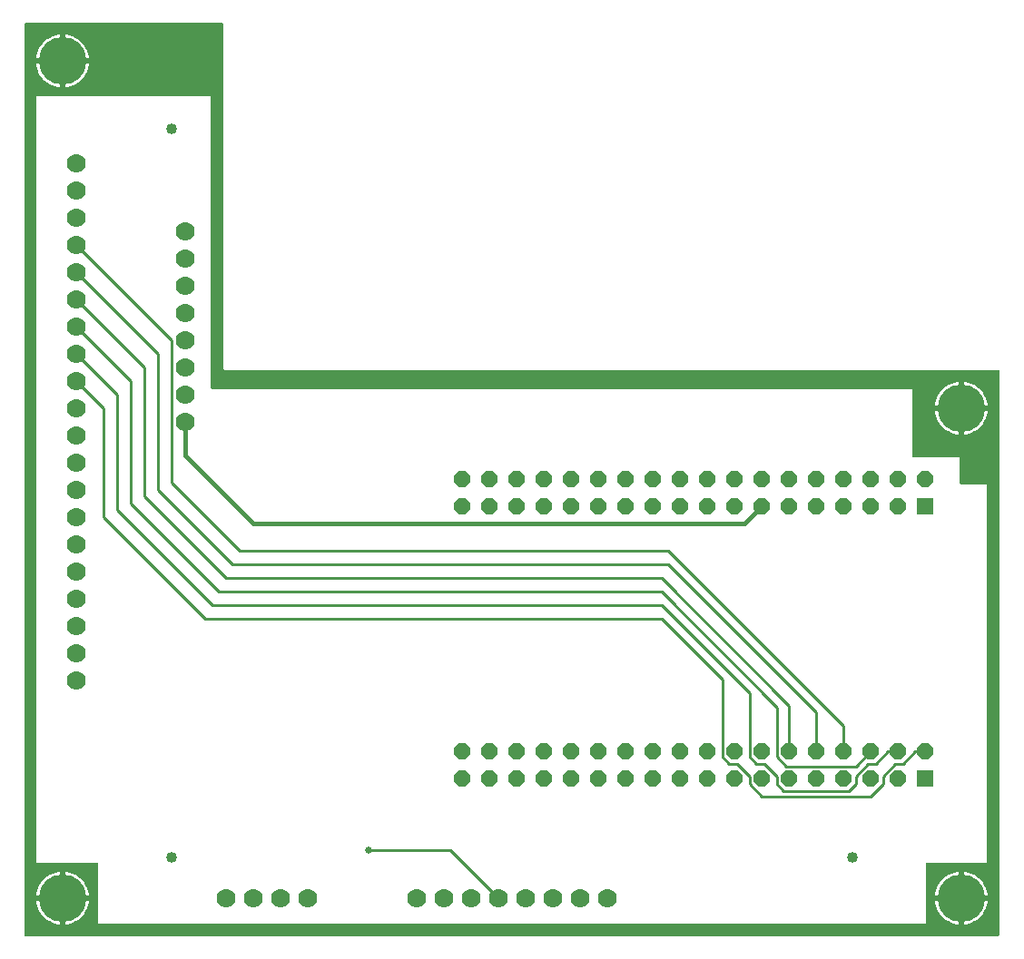
<source format=gbr>
G04 EAGLE Gerber RS-274X export*
G75*
%MOMM*%
%FSLAX34Y34*%
%LPD*%
%INTop Copper*%
%IPPOS*%
%AMOC8*
5,1,8,0,0,1.08239X$1,22.5*%
G01*
%ADD10C,1.778000*%
%ADD11R,1.524000X1.524000*%
%ADD12P,1.649562X8X202.500000*%
%ADD13C,1.016000*%
%ADD14C,4.445000*%
%ADD15C,0.381000*%
%ADD16C,0.254000*%
%ADD17C,0.654800*%

G36*
X2556Y3692D02*
X2556Y3692D01*
X2563Y3573D01*
X2576Y3535D01*
X2581Y3494D01*
X2624Y3384D01*
X2661Y3271D01*
X2683Y3236D01*
X2698Y3199D01*
X2767Y3103D01*
X2831Y3002D01*
X2861Y2974D01*
X2884Y2941D01*
X2976Y2865D01*
X3063Y2784D01*
X3098Y2764D01*
X3129Y2739D01*
X3237Y2688D01*
X3341Y2630D01*
X3381Y2620D01*
X3417Y2603D01*
X3534Y2581D01*
X3649Y2551D01*
X3709Y2547D01*
X3729Y2543D01*
X3750Y2545D01*
X3810Y2541D01*
X910391Y2541D01*
X910509Y2556D01*
X910628Y2563D01*
X910667Y2575D01*
X910707Y2581D01*
X910817Y2624D01*
X910930Y2661D01*
X910965Y2683D01*
X911003Y2698D01*
X911099Y2767D01*
X911199Y2831D01*
X911227Y2861D01*
X911260Y2884D01*
X911336Y2976D01*
X911417Y3062D01*
X911437Y3098D01*
X911463Y3129D01*
X911513Y3237D01*
X911571Y3341D01*
X911581Y3380D01*
X911598Y3417D01*
X911621Y3534D01*
X911650Y3649D01*
X911654Y3709D01*
X911658Y3729D01*
X911657Y3750D01*
X911661Y3810D01*
X911819Y425450D01*
X911858Y529590D01*
X911843Y529708D01*
X911836Y529827D01*
X911823Y529865D01*
X911818Y529905D01*
X911774Y530016D01*
X911738Y530129D01*
X911716Y530163D01*
X911701Y530201D01*
X911631Y530297D01*
X911567Y530398D01*
X911538Y530426D01*
X911514Y530458D01*
X911423Y530534D01*
X911336Y530616D01*
X911301Y530635D01*
X911270Y530661D01*
X911162Y530712D01*
X911057Y530770D01*
X911018Y530780D01*
X910982Y530797D01*
X910865Y530819D01*
X910749Y530849D01*
X910690Y530853D01*
X910670Y530857D01*
X910649Y530855D01*
X910589Y530859D01*
X189448Y530859D01*
X187959Y532348D01*
X187959Y853440D01*
X187944Y853558D01*
X187937Y853677D01*
X187924Y853715D01*
X187919Y853756D01*
X187876Y853866D01*
X187839Y853979D01*
X187817Y854014D01*
X187802Y854051D01*
X187733Y854147D01*
X187669Y854248D01*
X187639Y854276D01*
X187616Y854309D01*
X187524Y854385D01*
X187437Y854466D01*
X187402Y854486D01*
X187371Y854511D01*
X187263Y854562D01*
X187159Y854620D01*
X187119Y854630D01*
X187083Y854647D01*
X186966Y854669D01*
X186851Y854699D01*
X186791Y854703D01*
X186771Y854707D01*
X186750Y854705D01*
X186690Y854709D01*
X3810Y854709D01*
X3692Y854694D01*
X3573Y854687D01*
X3535Y854674D01*
X3494Y854669D01*
X3384Y854626D01*
X3271Y854589D01*
X3236Y854567D01*
X3199Y854552D01*
X3103Y854483D01*
X3002Y854419D01*
X2974Y854389D01*
X2941Y854366D01*
X2865Y854274D01*
X2784Y854187D01*
X2764Y854152D01*
X2739Y854121D01*
X2688Y854013D01*
X2630Y853909D01*
X2620Y853869D01*
X2603Y853833D01*
X2581Y853716D01*
X2551Y853601D01*
X2547Y853541D01*
X2543Y853521D01*
X2545Y853500D01*
X2541Y853440D01*
X2541Y3810D01*
X2556Y3692D01*
G37*
%LPC*%
G36*
X176531Y786131D02*
X176531Y786131D01*
X176531Y514350D01*
X176546Y514232D01*
X176553Y514113D01*
X176566Y514075D01*
X176571Y514034D01*
X176614Y513924D01*
X176651Y513811D01*
X176673Y513776D01*
X176688Y513739D01*
X176758Y513643D01*
X176821Y513542D01*
X176851Y513514D01*
X176874Y513481D01*
X176966Y513406D01*
X177053Y513324D01*
X177088Y513304D01*
X177119Y513279D01*
X177227Y513228D01*
X177331Y513170D01*
X177371Y513160D01*
X177407Y513143D01*
X177524Y513121D01*
X177639Y513091D01*
X177700Y513087D01*
X177720Y513083D01*
X177740Y513085D01*
X177800Y513081D01*
X830581Y513081D01*
X830581Y450850D01*
X830596Y450732D01*
X830603Y450613D01*
X830616Y450575D01*
X830621Y450534D01*
X830664Y450424D01*
X830701Y450311D01*
X830723Y450276D01*
X830738Y450239D01*
X830808Y450143D01*
X830871Y450042D01*
X830901Y450014D01*
X830924Y449981D01*
X831016Y449906D01*
X831103Y449824D01*
X831138Y449804D01*
X831169Y449779D01*
X831277Y449728D01*
X831381Y449670D01*
X831421Y449660D01*
X831457Y449643D01*
X831574Y449621D01*
X831689Y449591D01*
X831750Y449587D01*
X831770Y449583D01*
X831790Y449585D01*
X831850Y449581D01*
X875031Y449581D01*
X875031Y425450D01*
X875046Y425332D01*
X875053Y425213D01*
X875066Y425175D01*
X875071Y425134D01*
X875114Y425024D01*
X875151Y424911D01*
X875173Y424876D01*
X875188Y424839D01*
X875258Y424743D01*
X875321Y424642D01*
X875351Y424614D01*
X875374Y424581D01*
X875466Y424506D01*
X875553Y424424D01*
X875588Y424404D01*
X875619Y424379D01*
X875727Y424328D01*
X875831Y424270D01*
X875871Y424260D01*
X875907Y424243D01*
X876024Y424221D01*
X876139Y424191D01*
X876200Y424187D01*
X876220Y424183D01*
X876240Y424185D01*
X876300Y424181D01*
X900431Y424181D01*
X900431Y71119D01*
X844550Y71119D01*
X844432Y71104D01*
X844313Y71097D01*
X844275Y71084D01*
X844234Y71079D01*
X844124Y71036D01*
X844011Y70999D01*
X843976Y70977D01*
X843939Y70962D01*
X843843Y70893D01*
X843742Y70829D01*
X843714Y70799D01*
X843681Y70776D01*
X843606Y70684D01*
X843524Y70597D01*
X843504Y70562D01*
X843479Y70531D01*
X843428Y70423D01*
X843370Y70319D01*
X843360Y70279D01*
X843343Y70243D01*
X843321Y70126D01*
X843291Y70011D01*
X843287Y69951D01*
X843283Y69931D01*
X843285Y69910D01*
X843283Y69892D01*
X843283Y69891D01*
X843281Y69850D01*
X843281Y13969D01*
X71119Y13969D01*
X71119Y69850D01*
X71104Y69968D01*
X71097Y70087D01*
X71084Y70125D01*
X71079Y70166D01*
X71036Y70276D01*
X70999Y70389D01*
X70977Y70424D01*
X70962Y70461D01*
X70893Y70557D01*
X70829Y70658D01*
X70799Y70686D01*
X70776Y70719D01*
X70684Y70795D01*
X70597Y70876D01*
X70562Y70896D01*
X70531Y70921D01*
X70423Y70972D01*
X70319Y71030D01*
X70279Y71040D01*
X70243Y71057D01*
X70126Y71079D01*
X70011Y71109D01*
X69951Y71113D01*
X69931Y71117D01*
X69910Y71115D01*
X69850Y71119D01*
X13969Y71119D01*
X13969Y786131D01*
X176531Y786131D01*
G37*
%LPD*%
%LPC*%
G36*
X40639Y821689D02*
X40639Y821689D01*
X40639Y843786D01*
X42255Y843604D01*
X44967Y842985D01*
X47592Y842067D01*
X50099Y840860D01*
X52454Y839380D01*
X54629Y837645D01*
X56595Y835679D01*
X58330Y833504D01*
X59810Y831149D01*
X61017Y828642D01*
X61935Y826017D01*
X62554Y823305D01*
X62736Y821689D01*
X40639Y821689D01*
G37*
%LPD*%
%LPC*%
G36*
X878839Y497839D02*
X878839Y497839D01*
X878839Y519936D01*
X880455Y519754D01*
X883167Y519135D01*
X885792Y518217D01*
X888299Y517010D01*
X890654Y515530D01*
X892829Y513795D01*
X894795Y511829D01*
X896530Y509654D01*
X898010Y507299D01*
X899217Y504792D01*
X900135Y502167D01*
X900754Y499455D01*
X900936Y497839D01*
X878839Y497839D01*
G37*
%LPD*%
%LPC*%
G36*
X878839Y40639D02*
X878839Y40639D01*
X878839Y62736D01*
X880455Y62554D01*
X883167Y61935D01*
X885792Y61017D01*
X888299Y59810D01*
X890654Y58330D01*
X892829Y56595D01*
X894795Y54629D01*
X896530Y52454D01*
X898010Y50099D01*
X899217Y47592D01*
X900135Y44967D01*
X900754Y42255D01*
X900936Y40639D01*
X878839Y40639D01*
G37*
%LPD*%
%LPC*%
G36*
X40639Y40639D02*
X40639Y40639D01*
X40639Y62736D01*
X42255Y62554D01*
X44967Y61935D01*
X47592Y61017D01*
X50099Y59810D01*
X52454Y58330D01*
X54629Y56595D01*
X56595Y54629D01*
X58330Y52454D01*
X59810Y50099D01*
X61017Y47592D01*
X61935Y44967D01*
X62554Y42255D01*
X62736Y40639D01*
X40639Y40639D01*
G37*
%LPD*%
%LPC*%
G36*
X13464Y821689D02*
X13464Y821689D01*
X13646Y823305D01*
X14265Y826017D01*
X15183Y828642D01*
X16390Y831149D01*
X17870Y833504D01*
X19605Y835679D01*
X21571Y837645D01*
X23746Y839380D01*
X26101Y840860D01*
X28608Y842067D01*
X31233Y842985D01*
X33945Y843604D01*
X35561Y843786D01*
X35561Y821689D01*
X13464Y821689D01*
G37*
%LPD*%
%LPC*%
G36*
X40639Y816611D02*
X40639Y816611D01*
X62736Y816611D01*
X62554Y814995D01*
X61935Y812283D01*
X61017Y809658D01*
X59810Y807151D01*
X58330Y804796D01*
X56595Y802621D01*
X54629Y800655D01*
X52454Y798920D01*
X50099Y797440D01*
X47592Y796233D01*
X44967Y795315D01*
X42255Y794696D01*
X40639Y794514D01*
X40639Y816611D01*
G37*
%LPD*%
%LPC*%
G36*
X851664Y497839D02*
X851664Y497839D01*
X851846Y499455D01*
X852465Y502167D01*
X853383Y504792D01*
X854590Y507299D01*
X856070Y509654D01*
X857805Y511829D01*
X859771Y513795D01*
X861946Y515530D01*
X864301Y517010D01*
X866808Y518217D01*
X869433Y519135D01*
X872145Y519754D01*
X873761Y519936D01*
X873761Y497839D01*
X851664Y497839D01*
G37*
%LPD*%
%LPC*%
G36*
X878839Y492761D02*
X878839Y492761D01*
X900936Y492761D01*
X900754Y491145D01*
X900135Y488433D01*
X899217Y485808D01*
X898010Y483301D01*
X896530Y480946D01*
X894795Y478771D01*
X892829Y476805D01*
X890654Y475070D01*
X888299Y473590D01*
X885792Y472383D01*
X883167Y471465D01*
X880455Y470846D01*
X878839Y470664D01*
X878839Y492761D01*
G37*
%LPD*%
%LPC*%
G36*
X851664Y40639D02*
X851664Y40639D01*
X851846Y42255D01*
X852465Y44967D01*
X853383Y47592D01*
X854590Y50099D01*
X856070Y52454D01*
X857805Y54629D01*
X859771Y56595D01*
X861946Y58330D01*
X864301Y59810D01*
X866808Y61017D01*
X869433Y61935D01*
X872145Y62554D01*
X873761Y62736D01*
X873761Y40639D01*
X851664Y40639D01*
G37*
%LPD*%
%LPC*%
G36*
X13464Y40639D02*
X13464Y40639D01*
X13646Y42255D01*
X14265Y44967D01*
X15183Y47592D01*
X16390Y50099D01*
X17870Y52454D01*
X19605Y54629D01*
X21571Y56595D01*
X23746Y58330D01*
X26101Y59810D01*
X28608Y61017D01*
X31233Y61935D01*
X33945Y62554D01*
X35561Y62736D01*
X35561Y40639D01*
X13464Y40639D01*
G37*
%LPD*%
%LPC*%
G36*
X40639Y35561D02*
X40639Y35561D01*
X62736Y35561D01*
X62554Y33945D01*
X61935Y31233D01*
X61017Y28608D01*
X59810Y26101D01*
X58330Y23746D01*
X56595Y21571D01*
X54629Y19605D01*
X52454Y17870D01*
X50099Y16390D01*
X47592Y15183D01*
X44967Y14265D01*
X42255Y13646D01*
X40639Y13464D01*
X40639Y35561D01*
G37*
%LPD*%
%LPC*%
G36*
X878839Y35561D02*
X878839Y35561D01*
X900936Y35561D01*
X900754Y33945D01*
X900135Y31233D01*
X899217Y28608D01*
X898010Y26101D01*
X896530Y23746D01*
X894795Y21571D01*
X892829Y19605D01*
X890654Y17870D01*
X888299Y16390D01*
X885792Y15183D01*
X883167Y14265D01*
X880455Y13646D01*
X878839Y13464D01*
X878839Y35561D01*
G37*
%LPD*%
%LPC*%
G36*
X33945Y794696D02*
X33945Y794696D01*
X31233Y795315D01*
X28608Y796233D01*
X26101Y797440D01*
X23746Y798920D01*
X21571Y800655D01*
X19605Y802621D01*
X17870Y804796D01*
X16390Y807151D01*
X15183Y809658D01*
X14265Y812283D01*
X13646Y814995D01*
X13464Y816611D01*
X35561Y816611D01*
X35561Y794514D01*
X33945Y794696D01*
G37*
%LPD*%
%LPC*%
G36*
X872145Y470846D02*
X872145Y470846D01*
X869433Y471465D01*
X866808Y472383D01*
X864301Y473590D01*
X861946Y475070D01*
X859771Y476805D01*
X857805Y478771D01*
X856070Y480946D01*
X854590Y483301D01*
X853383Y485808D01*
X852465Y488433D01*
X851846Y491145D01*
X851664Y492761D01*
X873761Y492761D01*
X873761Y470664D01*
X872145Y470846D01*
G37*
%LPD*%
%LPC*%
G36*
X33945Y13646D02*
X33945Y13646D01*
X31233Y14265D01*
X28608Y15183D01*
X26101Y16390D01*
X23746Y17870D01*
X21571Y19605D01*
X19605Y21571D01*
X17870Y23746D01*
X16390Y26101D01*
X15183Y28608D01*
X14265Y31233D01*
X13646Y33945D01*
X13464Y35561D01*
X35561Y35561D01*
X35561Y13464D01*
X33945Y13646D01*
G37*
%LPD*%
%LPC*%
G36*
X872145Y13646D02*
X872145Y13646D01*
X869433Y14265D01*
X866808Y15183D01*
X864301Y16390D01*
X861946Y17870D01*
X859771Y19605D01*
X857805Y21571D01*
X856070Y23746D01*
X854590Y26101D01*
X853383Y28608D01*
X852465Y31233D01*
X851846Y33945D01*
X851664Y35561D01*
X873761Y35561D01*
X873761Y13464D01*
X872145Y13646D01*
G37*
%LPD*%
%LPC*%
G36*
X38099Y819149D02*
X38099Y819149D01*
X38099Y819151D01*
X38101Y819151D01*
X38101Y819149D01*
X38099Y819149D01*
G37*
%LPD*%
%LPC*%
G36*
X876299Y495299D02*
X876299Y495299D01*
X876299Y495301D01*
X876301Y495301D01*
X876301Y495299D01*
X876299Y495299D01*
G37*
%LPD*%
%LPC*%
G36*
X38099Y38099D02*
X38099Y38099D01*
X38099Y38101D01*
X38101Y38101D01*
X38101Y38099D01*
X38099Y38099D01*
G37*
%LPD*%
%LPC*%
G36*
X876299Y38099D02*
X876299Y38099D01*
X876299Y38101D01*
X876301Y38101D01*
X876301Y38099D01*
X876299Y38099D01*
G37*
%LPD*%
D10*
X190500Y38100D03*
X215900Y38100D03*
X241300Y38100D03*
X266700Y38100D03*
X368300Y38100D03*
X393700Y38100D03*
X419100Y38100D03*
X444500Y38100D03*
X469900Y38100D03*
X495300Y38100D03*
X520700Y38100D03*
X546100Y38100D03*
X50800Y723900D03*
X50800Y698500D03*
X50800Y673100D03*
X50800Y647700D03*
X50800Y622300D03*
X50800Y596900D03*
X50800Y571500D03*
X50800Y546100D03*
X50800Y520700D03*
X50800Y495300D03*
X50800Y469900D03*
X50800Y444500D03*
X50800Y419100D03*
X50800Y393700D03*
X50800Y368300D03*
X50800Y342900D03*
X50800Y317500D03*
X50800Y292100D03*
X50800Y266700D03*
X50800Y241300D03*
X152400Y482600D03*
X152400Y508000D03*
X152400Y533400D03*
X152400Y558800D03*
X152400Y584200D03*
X152400Y609600D03*
X152400Y635000D03*
X152400Y660400D03*
D11*
X842600Y149600D03*
D12*
X842600Y175000D03*
X817200Y149600D03*
X817200Y175000D03*
X791800Y149600D03*
X791800Y175000D03*
X766400Y149600D03*
X766400Y175000D03*
X741000Y149600D03*
X741000Y175000D03*
X715600Y149600D03*
X715600Y175000D03*
X690200Y149600D03*
X690200Y175000D03*
X664800Y149600D03*
X664800Y175000D03*
X639400Y149600D03*
X639400Y175000D03*
X614000Y149600D03*
X614000Y175000D03*
X588600Y149600D03*
X588600Y175000D03*
X563200Y149600D03*
X563200Y175000D03*
X537800Y149600D03*
X537800Y175000D03*
X512400Y149600D03*
X512400Y175000D03*
X487000Y149600D03*
X487000Y175000D03*
X461600Y149600D03*
X461600Y175000D03*
X436200Y149600D03*
X436200Y175000D03*
X410800Y149600D03*
X410800Y175000D03*
D11*
X842600Y403600D03*
D12*
X842600Y429000D03*
X817200Y403600D03*
X817200Y429000D03*
X791800Y403600D03*
X791800Y429000D03*
X766400Y403600D03*
X766400Y429000D03*
X741000Y403600D03*
X741000Y429000D03*
X715600Y403600D03*
X715600Y429000D03*
X690200Y403600D03*
X690200Y429000D03*
X664800Y403600D03*
X664800Y429000D03*
X639400Y403600D03*
X639400Y429000D03*
X614000Y403600D03*
X614000Y429000D03*
X588600Y403600D03*
X588600Y429000D03*
X563200Y403600D03*
X563200Y429000D03*
X537800Y403600D03*
X537800Y429000D03*
X512400Y403600D03*
X512400Y429000D03*
X487000Y403600D03*
X487000Y429000D03*
X461600Y403600D03*
X461600Y429000D03*
X436200Y403600D03*
X436200Y429000D03*
X410800Y403600D03*
X410800Y429000D03*
D13*
X139700Y76200D03*
X774700Y76200D03*
D14*
X38100Y38100D03*
X876300Y38100D03*
X876300Y495300D03*
X38100Y819150D03*
D13*
X139700Y755650D03*
D15*
X673950Y387350D02*
X690200Y403600D01*
X673950Y387350D02*
X215900Y387350D01*
X152400Y450850D01*
X152400Y482600D01*
D16*
X771135Y138170D02*
X777830Y144866D01*
X710866Y138170D02*
X704170Y144866D01*
X685466Y163570D02*
X678770Y170266D01*
X807965Y175000D02*
X817200Y175000D01*
X807965Y175000D02*
X796535Y163570D01*
X789606Y163570D01*
X777830Y151795D01*
X777830Y144866D01*
X704170Y144866D02*
X704170Y151795D01*
X692395Y163570D01*
X685466Y163570D01*
X678770Y229280D02*
X596900Y311150D01*
X678770Y229280D02*
X678770Y170266D01*
X710866Y138170D02*
X771135Y138170D01*
X596900Y311150D02*
X177800Y311150D01*
X88900Y400050D01*
X88900Y508000D01*
X50800Y546100D01*
X653370Y170266D02*
X660066Y163570D01*
X833365Y175000D02*
X842600Y175000D01*
X833365Y175000D02*
X821935Y163570D01*
X815006Y163570D01*
X803230Y151795D01*
X803230Y144866D01*
X678770Y144866D02*
X678770Y151795D01*
X666995Y163570D01*
X660066Y163570D01*
X653370Y241980D02*
X596900Y298450D01*
X653370Y241980D02*
X653370Y170266D01*
X791455Y133090D02*
X803230Y144866D01*
X791455Y133090D02*
X690546Y133090D01*
X678770Y144866D01*
X596900Y298450D02*
X171450Y298450D01*
X76200Y393700D01*
X76200Y495300D01*
X50800Y520700D01*
X139700Y558800D02*
X50800Y647700D01*
X139700Y558800D02*
X139700Y425450D01*
X203200Y361950D01*
X603250Y361950D01*
X766400Y198800D01*
X766400Y175000D01*
X114300Y533400D02*
X50800Y596900D01*
X114300Y533400D02*
X114300Y412750D01*
X190500Y336550D01*
X596900Y336550D01*
X715600Y217850D01*
X715600Y175000D01*
X127000Y546100D02*
X50800Y622300D01*
X127000Y546100D02*
X127000Y419100D01*
X196850Y349250D01*
X603250Y349250D02*
X741000Y211500D01*
X741000Y175000D01*
X603250Y349250D02*
X196850Y349250D01*
X101600Y520700D02*
X50800Y571500D01*
X101600Y520700D02*
X101600Y406400D01*
X184150Y323850D01*
X596900Y323850D02*
X704850Y215900D01*
X704170Y179735D02*
X704170Y170266D01*
X704850Y180415D02*
X704850Y215900D01*
X704850Y180415D02*
X704170Y179735D01*
X704170Y170266D02*
X713406Y161030D01*
X777830Y161030D02*
X791800Y175000D01*
X596900Y323850D02*
X184150Y323850D01*
X713406Y161030D02*
X777830Y161030D01*
X444500Y38100D02*
X400050Y82550D01*
X323850Y82550D01*
D17*
X323850Y82550D03*
M02*

</source>
